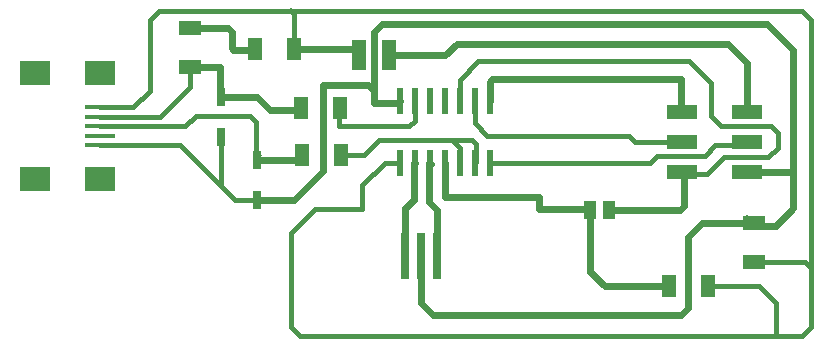
<source format=gbr>
G04 EAGLE Gerber X2 export*
%TF.Part,Single*%
%TF.FileFunction,Copper,L1,Top,Mixed*%
%TF.FilePolarity,Positive*%
%TF.GenerationSoftware,Autodesk,EAGLE,8.7.0*%
%TF.CreationDate,2018-04-24T10:44:52Z*%
G75*
%MOMM*%
%FSLAX34Y34*%
%LPD*%
%AMOC8*
5,1,8,0,0,1.08239X$1,22.5*%
G01*
%ADD10R,1.905000X1.270000*%
%ADD11R,0.800000X1.600000*%
%ADD12R,0.609600X2.209800*%
%ADD13R,1.270000X1.905000*%
%ADD14R,2.540000X1.270000*%
%ADD15R,1.117600X1.600200*%
%ADD16R,1.270000X2.540000*%
%ADD17R,0.800000X3.900000*%
%ADD18R,2.500000X0.350000*%
%ADD19R,2.500000X2.000000*%
%ADD20C,0.609600*%
%ADD21C,0.304800*%
%ADD22C,0.406400*%
%ADD23C,0.152400*%


D10*
X631400Y107810D03*
X631400Y74790D03*
D11*
X180600Y214900D03*
X180600Y180900D03*
X210600Y161400D03*
X210600Y127400D03*
D12*
X331700Y159065D03*
X331700Y211135D03*
X344400Y159065D03*
X357100Y159065D03*
X344400Y211135D03*
X357100Y211135D03*
X369800Y159065D03*
X369800Y211135D03*
X382500Y159065D03*
X395200Y159065D03*
X382500Y211135D03*
X395200Y211135D03*
X407900Y159065D03*
X407900Y211135D03*
D10*
X154400Y240290D03*
X154400Y273310D03*
D13*
X209490Y255600D03*
X242510Y255600D03*
X248690Y165600D03*
X281710Y165600D03*
X280910Y205600D03*
X247890Y205600D03*
X592910Y54400D03*
X559890Y54400D03*
D14*
X571100Y202200D03*
X571100Y176800D03*
X571100Y151400D03*
X625700Y202200D03*
X625700Y176800D03*
X625700Y151400D03*
D15*
X493026Y119400D03*
X508774Y119400D03*
D16*
X322700Y250000D03*
X297300Y250000D03*
D17*
X363500Y80000D03*
X350000Y80000D03*
X336500Y80000D03*
D18*
X77700Y190000D03*
X77700Y198000D03*
X77700Y174000D03*
X77700Y182000D03*
D19*
X22700Y145000D03*
X22700Y235000D03*
X77700Y145000D03*
X77700Y235000D03*
D18*
X77700Y206000D03*
D20*
X242510Y255600D02*
X245210Y252900D01*
D21*
X242510Y255600D02*
X240000Y258110D01*
X240000Y287808D02*
X240000Y288316D01*
D20*
X242510Y255600D02*
X291700Y255600D01*
X297300Y250000D01*
D22*
X127808Y287808D02*
X120000Y280000D01*
X127808Y287808D02*
X240000Y287808D01*
X672192Y287808D01*
X680000Y280000D01*
X680000Y70000D01*
X680000Y20000D01*
X672192Y12192D01*
X650000Y12192D01*
X247808Y12192D01*
X240000Y20000D01*
X240000Y100000D01*
X260000Y120000D01*
X300000Y120000D01*
X300000Y140000D01*
X319065Y159065D02*
X331700Y159065D01*
X631400Y74790D02*
X675210Y74790D01*
X680000Y70000D01*
X635600Y54400D02*
X592910Y54400D01*
X635600Y54400D02*
X650000Y40000D01*
X650000Y12192D01*
X242510Y255600D02*
X242510Y285298D01*
X240000Y287808D01*
X319065Y159065D02*
X300000Y140000D01*
X106000Y206000D02*
X77700Y206000D01*
X106000Y206000D02*
X120000Y220000D01*
X120000Y280000D01*
D20*
X369800Y159065D02*
X370000Y158865D01*
X370000Y130000D01*
X450000Y130000D01*
X450000Y120000D01*
X492426Y120000D01*
X493026Y119400D01*
X493026Y66974D01*
X505600Y54400D02*
X559890Y54400D01*
X505600Y54400D02*
X493026Y66974D01*
X572500Y150000D02*
X571100Y151400D01*
X569400Y119400D02*
X508774Y119400D01*
X572500Y122500D02*
X572500Y150000D01*
X572500Y122500D02*
X569400Y119400D01*
D22*
X382500Y211135D02*
X382500Y229500D01*
X398000Y245000D01*
X577000Y245000D01*
X595000Y227000D01*
X595000Y199000D01*
X604000Y190000D01*
X646000Y190000D01*
X652000Y184000D01*
X652000Y172000D01*
X644000Y164000D01*
X606000Y164000D01*
X592000Y150000D01*
X572500Y150000D01*
D21*
X210600Y127400D02*
X208000Y127400D01*
D20*
X180000Y180300D02*
X180600Y180900D01*
D21*
X629590Y106000D02*
X631400Y107810D01*
X626000Y113210D01*
D20*
X576000Y96000D02*
X576000Y36000D01*
X587810Y107810D02*
X631400Y107810D01*
X587810Y107810D02*
X576000Y96000D01*
X310000Y220000D02*
X310000Y270000D01*
X310000Y220000D02*
X310000Y210000D01*
X330565Y210000D01*
X331700Y211135D01*
X310000Y220000D02*
X305000Y225000D01*
X267000Y225000D01*
X267000Y152000D01*
X570000Y30000D02*
X576000Y36000D01*
X570000Y30000D02*
X360000Y30000D01*
X350000Y40000D01*
X350000Y80000D01*
D22*
X210600Y127400D02*
X192600Y127400D01*
D20*
X210600Y127400D02*
X242400Y127400D01*
X267000Y152000D01*
D22*
X180600Y139400D02*
X180600Y180900D01*
X180600Y139400D02*
X192600Y127400D01*
D20*
X625700Y151400D02*
X627100Y150000D01*
X317000Y277000D02*
X310000Y270000D01*
X643000Y277000D02*
X665000Y255000D01*
X643000Y277000D02*
X317000Y277000D01*
X650000Y106000D02*
X665000Y121000D01*
X650000Y106000D02*
X629590Y106000D01*
X665000Y150000D02*
X665000Y255000D01*
X665000Y150000D02*
X665000Y121000D01*
X663600Y151400D02*
X625700Y151400D01*
X663600Y151400D02*
X665000Y150000D01*
D22*
X146000Y174000D02*
X77700Y174000D01*
X146000Y174000D02*
X180600Y139400D01*
X407900Y159065D02*
X544065Y159065D01*
X550000Y165000D01*
X590000Y165000D01*
X599000Y174000D01*
X622900Y174000D02*
X625700Y176800D01*
X622900Y174000D02*
X599000Y174000D01*
D20*
X407900Y211135D02*
X407900Y227900D01*
X410000Y230000D01*
X570000Y230000D01*
X570000Y203300D01*
X571100Y202200D01*
D22*
X395200Y211135D02*
X395200Y192800D01*
X406000Y182000D01*
X526000Y182000D01*
X531200Y176800D02*
X571100Y176800D01*
X531200Y176800D02*
X526000Y182000D01*
D20*
X627800Y202200D02*
X630000Y200000D01*
X627800Y202200D02*
X625700Y202200D01*
X380000Y260000D02*
X370000Y250000D01*
X380000Y260000D02*
X610000Y260000D01*
X626000Y244000D01*
X626000Y204000D01*
X627800Y202200D01*
X370000Y250000D02*
X322700Y250000D01*
D22*
X344400Y211135D02*
X344400Y194400D01*
X340000Y190000D01*
X280000Y190000D01*
X280000Y204690D01*
X280910Y205600D01*
X281710Y165600D02*
X301600Y165600D01*
X314000Y178000D01*
X376000Y178000D01*
X382500Y171500D02*
X382500Y159065D01*
X382500Y171500D02*
X376000Y178000D01*
X393000Y178000D01*
X396000Y175000D01*
X396000Y159865D01*
X395200Y159065D01*
D23*
X214800Y165600D02*
X210600Y161400D01*
D22*
X212000Y162800D01*
D20*
X210600Y161400D02*
X244490Y161400D01*
X248690Y165600D01*
D22*
X204000Y199000D02*
X200000Y199000D01*
X159000Y199000D01*
X150000Y190000D01*
X77700Y190000D01*
X204000Y199000D02*
X205000Y199000D01*
X210000Y194000D01*
X210000Y162000D01*
X210600Y161400D01*
D23*
X180600Y214900D02*
X180000Y215500D01*
X160000Y240000D02*
X150000Y240000D01*
D21*
X150290Y240290D02*
X154400Y240290D01*
X150290Y240290D02*
X150000Y240000D01*
D20*
X180600Y214900D02*
X211100Y214900D01*
X222000Y204000D01*
X246290Y204000D01*
X247890Y205600D01*
X179710Y240290D02*
X154400Y240290D01*
X179710Y240290D02*
X180000Y240000D01*
X180000Y215500D01*
D22*
X154400Y223400D02*
X154400Y240290D01*
X129000Y198000D02*
X77700Y198000D01*
X129000Y198000D02*
X154400Y223400D01*
D20*
X154400Y273310D02*
X186690Y273310D01*
X190000Y270000D01*
X190000Y256000D02*
X191000Y255000D01*
X208890Y255000D01*
X209490Y255600D01*
X190000Y256000D02*
X190000Y270000D01*
X357100Y159065D02*
X358000Y158165D01*
X363500Y119500D02*
X363500Y80000D01*
X363500Y119500D02*
X357000Y126000D01*
X357000Y158965D01*
X357100Y159065D01*
X344400Y159065D02*
X344000Y158665D01*
X336500Y120500D02*
X336500Y80000D01*
X336500Y120500D02*
X344000Y128000D01*
X344000Y158665D01*
M02*

</source>
